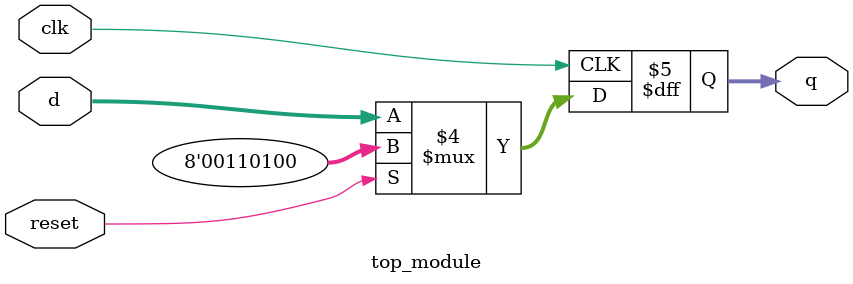
<source format=v>
module top_module (
    input clk,
    input reset,
    input [7:0] d,
    output [7:0] q
);

    always @(negedge clk) begin
        q <= (reset == 1'b1)? 7'h34 : d;
    end

endmodule

</source>
